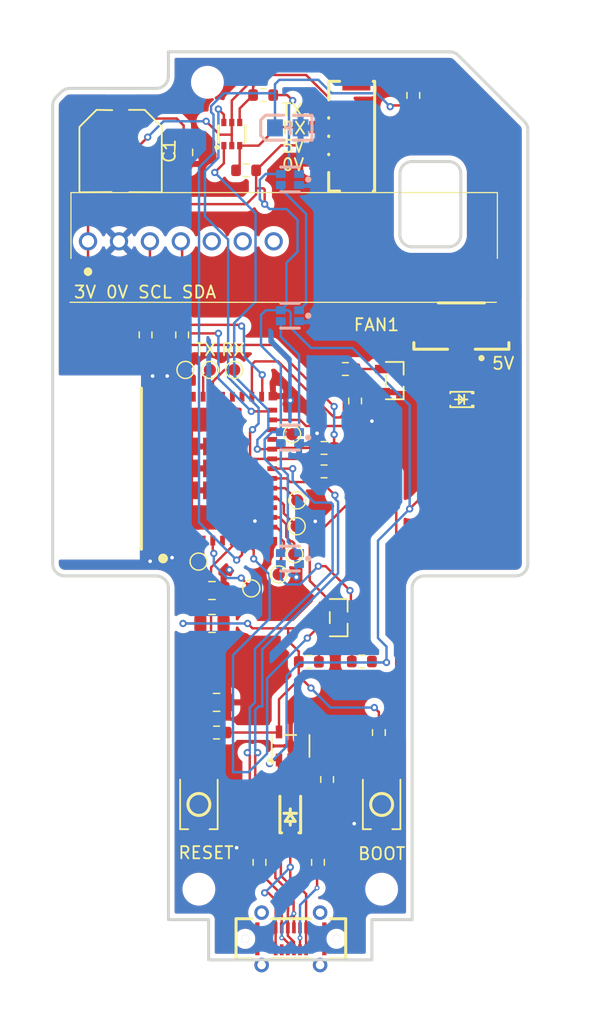
<source format=kicad_pcb>
(kicad_pcb (version 20240108) (generator "pcbnew") (generator_version "8.0")
  (layers (0 "F.Cu" signal) (1 "In1.Cu" signal) (2 "In2.Cu" signal) (31 "B.Cu" signal) (34 "B.Paste" user) (35 "F.Paste" user) (36 "B.SilkS" user "B.Silkscreen") (37 "F.SilkS" user "F.Silkscreen") (38 "B.Mask" user) (39 "F.Mask" user) (44 "Edge.Cuts" user))
  (net 0 "")
  (net 7 "GND")
  (net 8 "+3V3")
  (net 9 "RESET")
  (net 10 "SDA")
  (net 11 "SCL")
  (net 12 "Net-(Q1-D)")
  (net 13 "+5V")
  (net 15 "P2.5_TX")
  (net 16 "P2.5_RX")
  (net 18 "Net-(LED1-DI)")
  (net 19 "Net-(LED1-DO)")
  (net 20 "Net-(LED2-DO)")
  (net 21 "Net-(LED3-DO)")
  (net 22 "Net-(Q1-G)")
  (net 23 "TX2")
  (net 24 "RX2")
  (net 25 "LED_DATA")
  (net 26 "CC1")
  (net 27 "LIGHT")
  (net 28 "FAN")
  (net 29 "CC2")
  (net 30 "Net-(U4-EN)")
  (net 32 "IO7")
  (net 33 "RXD0")
  (net 34 "IO1")
  (net 35 "TXD0")
  (net 36 "D+")
  (net 37 "IO21")
  (net 38 "D-")
  (net 49 "BOOT")
  (net 50 "IO0")
  (net 51 "IO22")
  (net 52 "IO23")
  (net 53 "IO3")
  (net 54 "5VIN")
  (net 55 "IO2")
  (net 56 "IO8")
  (net 57 "IO6")
  (footprint "TestPoint:TestPoint_Pad_D1.0mm" (layer "F.Cu") (at 102.9 114.05)
    (property "Reference" "J10" (hide yes))
    (property "Value" "Conn_01x01_Pin")
  )
  (footprint "button:SW-SMD_L3.9-W3.0-P4.45" (layer "F.Cu") (at 94.825 139 90)
    (property "Reference" "SW1" (hide yes))
    (property "Value" "RESET Swtich")
  )
  (footprint "TestPoint:TestPoint_Pad_D1.0mm" (layer "F.Cu") (at 95.725 103.35)
    (property "Reference" "J2" (hide yes))
    (property "Value" "Conn_01x01_Pin")
  )
  (footprint "sensor:SCD30" (layer "F.Cu") (at 85.725 92.8 180)
    (property "Reference" "IC1" (hide yes))
    (property "Value" "SCD30" (hide yes))
  )
  (footprint "Capacitor_SMD:C_0805_2012Metric" (layer "F.Cu") (at 95.9 124.15)
    (property "Reference" "C4" (hide yes))
    (property "Value" "10nF")
  )
  (footprint "Capacitor_SMD:C_0805_2012Metric" (layer "F.Cu") (at 95.9 121.45)
    (property "Reference" "C3" (hide yes))
    (property "Value" "10uF")
  )
  (footprint "connectors:CONN-SMD_ZH1.5-4AB" (layer "F.Cu") (at 106.63 84.175 -90)
    (property "Reference" "J1" (hide yes))
    (property "Value" "P2.5")
  )
  (footprint "Resistor_SMD:R_0603_1608Metric" (layer "F.Cu") (at 112.425 80.825 -90)
    (property "Reference" "R2" (hide yes))
    (property "Value" "10k")
  )
  (footprint "power:TSOT-23-5_L2.9-W1.6-P0.95-LS2.8-BL" (layer "F.Cu") (at 102.35 134.2)
    (property "Reference" "U4" (hide yes))
    (property "Value" "RT9080-33GJ5")
  )
  (footprint "Resistor_SMD:R_0603_1608Metric" (layer "F.Cu") (at 104.6 143.75 90)
    (property "Reference" "R5" (hide yes))
    (property "Value" "5.1k")
  )
  (footprint "Resistor_SMD:R_0603_1608Metric" (layer "F.Cu") (at 99.8 143.75 90)
    (property "Reference" "R1" (hide yes))
    (property "Value" "5.1k")
  )
  (footprint "Resistor_SMD:R_0603_1608Metric" (layer "F.Cu") (at 96.275 133.1 180)
    (property "Reference" "R11" (hide yes))
    (property "Value" "5.1k")
  )
  (footprint "MountingHole:MountingHole_2.2mm_M2" (layer "F.Cu") (at 94.825 145.95)
    (property "Reference" "H3" (hide yes))
    (property "Value" "MountingHole")
  )
  (footprint "Resistor_SMD:R_0603_1608Metric" (layer "F.Cu") (at 108.2 127.275 180)
    (property "Reference" "R15" (hide yes))
    (property "Value" "1k")
  )
  (footprint "TestPoint:TestPoint_Pad_D1.0mm" (layer "F.Cu") (at 99.125 121.275)
    (property "Reference" "J6" (hide yes))
    (property "Value" "Conn_01x01_Pin")
  )
  (footprint "Resistor_SMD:R_0603_1608Metric" (layer "F.Cu") (at 90.45 100.475 -90)
    (property "Reference" "R12" (hide yes))
    (property "Value" "5.1k")
  )
  (footprint "TestPoint:TestPoint_Pad_D1.0mm" (layer "F.Cu") (at 94.8 119.075)
    (property "Reference" "J5" (hide yes))
    (property "Value" "Conn_01x01_Pin")
  )
  (footprint "power:SOT-23-3_L2.9-W1.3-P1.90-LS2.4-BR" (layer "F.Cu") (at 106.3 123.675 180)
    (property "Reference" "Q3" (hide yes))
    (property "Value" "BSS138")
  )
  (footprint "Resistor_SMD:R_0603_1608Metric" (layer "F.Cu") (at 105.1 111.675 180)
    (property "Reference" "R10" (hide yes))
    (property "Value" "10k")
  )
  (footprint "MountingHole:MountingHole_2.2mm_M2" (layer "F.Cu") (at 95.525 79.75)
    (property "Reference" "H1" (hide yes))
    (property "Value" "MountingHole")
  )
  (footprint "Capacitor_SMD:C_0805_2012Metric" (layer "F.Cu") (at 96.275 130.625)
    (property "Reference" "C5" (hide yes))
    (property "Value" "1uF")
  )
  (footprint "Resistor_SMD:R_0603_1608Metric" (layer "F.Cu") (at 100.1 80.8)
    (property "Reference" "R9" (hide yes))
    (property "Value" "10k")
  )
  (footprint "power:SC-70-6_L2.2-W1.3-P0.65-LS2.1-BR" (layer "F.Cu") (at 97.525 84 -90)
    (property "Reference" "Q2" (hide yes))
    (property "Value" "BSD840NH6327XTSA1")
  )
  (footprint "TestPoint:TestPoint_Pad_D1.0mm" (layer "F.Cu") (at 102.85 116.175)
    (property "Reference" "J9" (hide yes))
    (property "Value" "Conn_01x01_Pin")
  )
  (footprint "Resistor_SMD:R_0603_1608Metric" (layer "F.Cu") (at 98.7 86.975)
    (property "Reference" "R8" (hide yes))
    (property "Value" "10k")
  )
  (footprint "Resistor_SMD:R_0603_1608Metric" (layer "F.Cu") (at 106.85 103.275)
    (property "Reference" "R3" (hide yes))
    (property "Value" "100k")
  )
  (footprint "power:SOD-123_L2.7-W1.6-LS3.7-RD-1" (layer "F.Cu") (at 102.325 139.975 -90)
    (property "Reference" "U2" (hide yes))
    (property "Value" "D1")
  )
  (footprint "Resistor_SMD:R_0603_1608Metric" (layer "F.Cu") (at 105.1 109.75 180)
    (property "Reference" "R7" (hide yes))
    (property "Value" "10k")
  )
  (footprint "Resistor_SMD:R_0603_1608Metric" (layer "F.Cu") (at 93.45 100.475 -90)
    (property "Reference" "R13" (hide yes))
    (property "Value" "5.1k")
  )
  (footprint "Resistor_SMD:R_0603_1608Metric" (layer "F.Cu") (at 109.6 133.1 -90)
    (property "Reference" "R16" (hide yes))
    (property "Value" "100k")
  )
  (footprint "Resistor_SMD:R_0603_1608Metric" (layer "F.Cu") (at 107.65 105.9 -90)
    (property "Reference" "R4" (hide yes))
    (property "Value" "100k")
  )
  (footprint "Resistor_SMD:R_0603_1608Metric" (layer "F.Cu") (at 103.85 127.3)
    (property "Reference" "R14" (hide yes))
    (property "Value" "10k")
  )
  (footprint "Capacitor_SMD:C_0805_2012Metric" (layer "F.Cu") (at 93.575 85.5 -90)
    (property "Reference" "C2" (hide yes))
    (property "Value" "10uF")
  )
  (footprint "Resistor_SMD:R_0603_1608Metric" (layer "F.Cu") (at 105.35 136.95 90)
    (property "Reference" "R6" (hide yes))
    (property "Value" "100k")
  )
  (footprint "TestPoint:TestPoint_Pad_D1.0mm" (layer "F.Cu") (at 102.65 118.475)
    (property "Reference" "J8" (hide yes))
    (property "Value" "Conn_01x01_Pin")
  )
  (footprint "connectors:CONN-SMD_1.25-2P" (layer "F.Cu") (at 116.37 100.75 180)
    (property "Reference" "FAN1")
    (property "Value" "1.25-2P")
  )
  (footprint "connectors:USB-C-TH_GT-USB-7055BB" (layer "F.Cu") (at 102.375 150.025)
    (property "Reference" "USB1" (hide yes))
    (property "Value" "GT-USB-7055BB")
  )
  (footprint "MountingHole:MountingHole_2.2mm_M2" (layer "F.Cu") (at 109.825 145.95)
    (property "Reference" "H2" (hide yes))
    (property "Value" "MountingHole")
  )
  (footprint "TestPoint:TestPoint_Pad_D1.0mm" (layer "F.Cu") (at 102.475 108.625)
    (property "Reference" "J11" (hide yes))
    (property "Value" "Conn_01x01_Pin")
  )
  (footprint "power:SOT-23-3_L2.9-W1.3-P1.90-LS2.4-BR" (layer "F.Cu") (at 110.9 104.225 180)
    (property "Reference" "Q1" (hide yes))
    (property "Value" "AO3400A_C347475")
  )
  (footprint "TestPoint:TestPoint_Pad_D1.0mm" (layer "F.Cu") (at 101.375 120.125)
    (property "Reference" "J7" (hide yes))
    (property "Value" "Conn_01x01_Pin")
  )
  (footprint "TestPoint:TestPoint_Pad_D1.0mm" (layer "F.Cu") (at 97.725 103.35)
    (property "Reference" "J3" (hide yes))
    (property "Value" "Conn_01x01_Pin")
  )
  (footprint "power:SOD-323_L1.7-W1.3-LS2.6-RD-1" (layer "F.Cu") (at 116.35 105.775 180)
    (property "Reference" "U3" (hide yes))
    (property "Value" "1N5819")
  )
  (footprint "button:SW-SMD_L3.9-W3.0-P4.45" (layer "F.Cu") (at 109.825 139 90)
    (property "Reference" "SW2" (hide yes))
    (property "Value" "BOOT Switch")
  )
  (footprint "TestPoint:TestPoint_Pad_D1.0mm" (layer "F.Cu") (at 93.725 103.35)
    (property "Reference" "J4" (hide yes))
    (property "Value" "Conn_01x01_Pin")
  )
  (footprint "power:CAP-SMD_BD6.3-L6.6-W6.6-FD" (layer "F.Cu") (at 88.4 85.395 -90)
    (property "Reference" "C1")
    (property "Value" "470uF")
  )
  (footprint "esp32:WIFIM-SMD_61P-L16.6-W13.2-P0.80-ESP32-C6-MINI-1-N4" (layer "F.Cu") (at 95.945 111.45 90)
    (property "Reference" "U6" (hide yes))
    (property "Value" "ESP32-C6-MINI-1-N4")
  )
  (footprint "led:LED-SMD_4P-L1.6-W1.5_XL-1615RGBC-WS2812B" (layer "B.Cu") (at 102.3 118.825 180)
    (property "Reference" "LED1" (hide yes))
    (property "Value" "D10")
  )
  (footprint "sensor:OPTO-SMD_SMD0805-20" (layer "B.Cu") (at 102.12 83.49 180)
    (property "Reference" "U1" (hide yes))
    (property "Value" "SMD0805-20")
  )
  (footprint "led:LED-SMD_4P-L1.6-W1.5_XL-1615RGBC-WS2812B" (layer "B.Cu") (at 102.3 108.9 180)
    (property "Reference" "LED2" (hide yes))
    (property "Value" "D11")
  )
  (footprint "led:LED-SMD_4P-L1.6-W1.5_XL-1615RGBC-WS2812B" (layer "B.Cu") (at 102.3 87.725 180)
    (property "Reference" "LED4" (hide yes))
    (property "Value" "D13")
  )
  (footprint "led:LED-SMD_4P-L1.6-W1.5_XL-1615RGBC-WS2812B" (layer "B.Cu") (at 102.3 98.9 180)
    (property "Reference" "LED3" (hide yes))
    (property "Value" "D12")
  )
  (gr_arc (start 82.825 81.664248) (mid 82.902742 81.277693) (end 83.123806 80.951194) (stroke (width 0.25)) (layer "Edge.Cuts"))
  (gr_line (start 116.325 92.250048) (end 116.325 87.25) (stroke (width 0.25)) (layer "Edge.Cuts"))
  (gr_line (start 109.025 151.75) (end 95.625 151.75) (stroke (width 0.25)) (layer "Edge.Cuts"))
  (gr_arc (start 115.324997 86.25) (mid 116.032085 86.542896) (end 116.325 87.25) (stroke (width 0.25)) (layer "Edge.Cuts"))
  (gr_arc (start 121.532122 82.957122) (mid 121.748883 83.281539) (end 121.825 83.664214) (stroke (width 0.25)) (layer "Edge.Cuts"))
  (gr_line (start 109.025 151.75) (end 109.025 148.45) (stroke (width 0.25)) (layer "Edge.Cuts"))
  (gr_line (start 113.334996 120.25) (end 120.825 120.25) (stroke (width 0.25)) (layer "Edge.Cuts"))
  (gr_arc (start 111.325 87.250048) (mid 111.61446 86.54641) (end 112.315198 86.25) (stroke (width 0.25)) (layer "Edge.Cuts"))
  (gr_line (start 112.325097 93.25) (end 115.325 93.25) (stroke (width 0.25)) (layer "Edge.Cuts"))
  (gr_line (start 91.325 80.25) (end 84.239297 80.25) (stroke (width 0.25)) (layer "Edge.Cuts"))
  (gr_line (start 83.123806 80.951194) (end 83.532026 80.542975) (stroke (width 0.25)) (layer "Edge.Cuts"))
  (gr_arc (start 112.325097 93.25) (mid 111.621602 92.960762) (end 111.325 92.26034) (stroke (width 0.25)) (layer "Edge.Cuts"))
  (gr_line (start 121.825 119.250048) (end 121.825 83.664214) (stroke (width 0.25)) (layer "Edge.Cuts"))
  (gr_arc (start 83.824997 120.25) (mid 83.121566 119.960727) (end 82.825 119.26034) (stroke (width 0.25)) (layer "Edge.Cuts"))
  (gr_line (start 116.117893 77.542894) (end 121.532122 82.957122) (stroke (width 0.25)) (layer "Edge.Cuts"))
  (gr_arc (start 116.325 92.250048) (mid 116.032101 92.95712) (end 115.325 93.25) (stroke (width 0.25)) (layer "Edge.Cuts"))
  (gr_line (start 84.239297 80.250015) (end 84.239297 80.25) (stroke (width 0.25)) (layer "Edge.Cuts"))
  (gr_line (start 82.825 81.664248) (end 82.825 119.26034) (stroke (width 0.25)) (layer "Edge.Cuts"))
  (gr_line (start 115.324997 86.25) (end 112.315198 86.25) (stroke (width 0.25)) (layer "Edge.Cuts"))
  (gr_line (start 92.325 148.45) (end 95.625 148.45) (stroke (width 0.25)) (layer "Edge.Cuts"))
  (gr_arc (start 112.325 121.250148) (mid 112.621424 120.539446) (end 113.334996 120.25) (stroke (width 0.25)) (layer "Edge.Cuts"))
  (gr_line (start 92.325 148.45) (end 92.325 121.25) (stroke (width 0.25)) (layer "Edge.Cuts"))
  (gr_arc (start 92.325 79.250048) (mid 92.032101 79.95712) (end 91.325 80.25) (stroke (width 0.25)) (layer "Edge.Cuts"))
  (gr_line (start 111.325 87.250048) (end 111.325 92.26034) (stroke (width 0.25)) (layer "Edge.Cuts"))
  (gr_arc (start 83.532026 80.542975) (mid 83.856525 80.326164) (end 84.239297 80.250015) (stroke (width 0.25)) (layer "Edge.Cuts"))
  (gr_line (start 95.625 148.45) (end 95.625 151.75) (stroke (width 0.25)) (layer "Edge.Cuts"))
  (gr_arc (start 121.825 119.250048) (mid 121.532101 119.95712) (end 120.825 120.25) (stroke (width 0.25)) (layer "Edge.Cuts"))
  (gr_arc (start 91.324997 120.25) (mid 92.032085 120.542896) (end 92.325 121.25) (stroke (width 0.25)) (layer "Edge.Cuts"))
  (gr_line (start 83.824997 120.25) (end 91.324997 120.25) (stroke (width 0.25)) (layer "Edge.Cuts"))
  (gr_line (start 92.325 79.250048) (end 92.325 77.25) (stroke (width 0.25)) (layer "Edge.Cuts"))
  (gr_line (start 112.325 121.250148) (end 112.325 148.45) (stroke (width 0.25)) (layer "Edge.Cuts"))
  (gr_line (start 109.025 148.45) (end 112.325 148.45) (stroke (width 0.25)) (layer "Edge.Cuts"))
  (gr_arc (start 115.410797 77.25) (mid 115.793474 77.326122) (end 116.117893 77.542894) (stroke (width 0.25)) (layer "Edge.Cuts"))
  (gr_line (start 92.325 77.25) (end 115.410797 77.25) (stroke (width 0.25)) (layer "Edge.Cuts"))
  (gr_text "0V" (at 101.55 87.1 0) (layer "F.SilkS") (effects (font (size 1 1)) (justify left bottom)))
  (gr_text "3V" (at 84.475 97.55 0) (layer "F.SilkS") (effects (font (size 1 1)) (justify left bottom)))
  (gr_text "5V" (at 118.8 103.4 0) (layer "F.SilkS") (effects (font (size 1 1)) (justify left bottom)))
  (gr_text "TX" (at 101.55 82.6 0) (layer "F.SilkS") (effects (font (size 1 1)) (justify left bottom)))
  (gr_text "SDA" (at 93.325 97.55 0) (layer "F.SilkS") (effects (font (size 1 1)) (justify left bottom)))
  (gr_text "0V" (at 87.107539 97.55 0) (layer "F.SilkS") (effects (font (size 1 1)) (justify left bottom)))
  (gr_text "5V" (at 101.55 85.6 0) (layer "F.SilkS") (effects (font (size 1 1)) (justify left bottom)))
  (gr_text "TX" (at 94.4 102.275 0) (layer "F.SilkS") (effects (font (size 1 1)) (justify left bottom)))
  (gr_text "SCL" (at 89.740078 97.55 0) (layer "F.SilkS") (effects (font (size 1 1)) (justify left bottom)))
  (gr_text "RX" (at 96.55 102.275 0) (layer "F.SilkS") (effects (font (size 1 1)) (justify left bottom)))
  (gr_text "RX" (at 101.55 84.1 0) (layer "F.SilkS") (effects (font (size 1 1)) (justify left bottom)))
  (gr_text "BOOT" (at 107.8 143.625 0) (layer "F.SilkS") (effects (font (size 1 1)) (justify left bottom)))
  (gr_text "RESET" (at 93.05 143.55 0) (layer "F.SilkS") (effects (font (size 1 1)) (justify left bottom)))
  (segment (start 99.425 114.95) (end 99.425 115.75) (width 0.2) (layer "F.Cu") (net 7))
  (segment (start 99.975 117.35) (end 100.845 117.35) (width 0.2) (layer "F.Cu") (net 7))
  (segment (start 100.845 114.65) (end 99.725 114.65) (width 0.2) (layer "F.Cu") (net 7))
  (segment (start 100.845 117.35) (end 100.895 117.4) (width 0.2) (layer "F.Cu") (net 7))
  (segment (start 99.725 114.65) (end 99.425 114.95) (width 0.2) (layer "F.Cu") (net 7))
  (via (at 102.825 120.35) (size 0.6) (drill 0.3) (layers "F.Cu" "B.Cu") (net 7))
  (via (at 92.225 103.85) (size 0.6) (drill 0.3) (layers "F.Cu" "B.Cu") (net 7))
  (via (at 99.425 115.75) (size 0.6) (drill 0.3) (layers "F.Cu" "B.Cu") (net 7))
  (via (at 102.325 105.85) (size 0.6) (drill 0.3) (layers "F.Cu" "B.Cu") (net 7))
  (via (at 109.025 107.55) (size 0.6) (drill 0.3) (layers "F.Cu" "B.Cu") (net 7))
  (via (at 97.925 142.55) (size 0.6) (drill 0.3) (layers "F.Cu" "B.Cu") (net 7))
  (via (at 97.325 119.75) (size 0.6) (drill 0.3) (layers "F.Cu" "B.Cu") (net 7))
  (via (at 104.375 115.775) (size 0.6) (drill 0.3) (layers "F.Cu" "B.Cu") (net 7))
  (via (at 107.575 140.575) (size 0.6) (drill 0.3) (layers "F.Cu" "B.Cu") (net 7))
  (via (at 92.625 118.75) (size 0.6) (drill 0.3) (layers "F.Cu" "B.Cu") (net 7))
  (via (at 90.825 119.05) (size 0.6) (drill 0.3) (layers "F.Cu" "B.Cu") (net 7))
  (via (at 104.525 108.55) (size 0.6) (drill 0.3) (layers "F.Cu" "B.Cu") (net 7))
  (via (at 91.025 103.85) (size 0.6) (drill 0.3) (layers "F.Cu" "B.Cu") (net 7))
  (segment (start 102.825 119.5) (end 103.05 119.275) (width 0.2) (layer "B.Cu") (net 7))
  (segment (start 102.825 120.35) (end 102.825 119.5) (width 0.2) (layer "B.Cu") (net 7))
  (segment (start 111.05 78.625) (end 100.15 78.625) (width 0.2) (layer "F.Cu") (net 8))
  (segment (start 94.95 121.45) (end 93.575 120.075) (width 0.2) (layer "F.Cu") (net 8))
  (segment (start 97.525 81.25) (end 97.525 83.05) (width 0.2) (layer "F.Cu") (net 8))
  (segment (start 97.525 84.95) (end 97.525 84.05) (width 0.2) (layer "F.Cu") (net 8))
  (segment (start 102.825 124.55) (end 104.65 122.725) (width 0.2) (layer "F.Cu") (net 8))
  (segment (start 86.225 85.75) (end 89.125 85.75) (width 0.2) (layer "F.Cu") (net 8))
  (segment (start 99.225 124.55) (end 102.15 124.55) (width 0.2) (layer "F.Cu") (net 8))
  (segment (start 90.45 101.3) (end 93.45 101.3) (width 0.2) (layer "F.Cu") (net 8))
  (segment (start 104.65 122.725) (end 105.3 122.725) (width 0.2) (layer "F.Cu") (net 8))
  (segment (start 90.45 101.3) (end 87.875 101.3) (width 0.2) (layer "F.Cu") (net 8))
  (segment (start 107.925 113.45) (end 107.925 112.95) (width 0.2) (layer "F.Cu") (net 8))
  (segment (start 100.15 78.625) (end 97.525 81.25) (width 0.2) (layer "F.Cu") (net 8))
  (segment (start 94.95 124.15) (end 94.95 121.45) (width 0.2) (layer "F.Cu") (net 8))
  (segment (start 107.55 111.675) (end 105.925 111.675) (width 0.2) (layer "F.Cu") (net 8))
  (segment (start 112.425 80) (end 111.05 78.625) (width 0.2) (layer "F.Cu") (net 8))
  (segment (start 109.6 132.275) (end 109.6 131.425) (width 0.2) (layer "F.Cu") (net 8))
  (segment (start 105.925 109.75) (end 105.925 111.675) (width 0.2) (layer "F.Cu") (net 8))
  (segment (start 104.025 129.45) (end 103.325 128.75) (width 0.2) (layer "F.Cu") (net 8))
  (segment (start 109.6 131.425) (end 109.225 131.05) (width 0.2) (layer "F.Cu") (net 8))
  (segment (start 105.3 122.725) (end 105.3 122.025) (width 0.2) (layer "F.Cu") (net 8))
  (segment (start 102.15 125.575) (end 102.15 124.55) (width 0.2) (layer "F.Cu") (net 8))
  (segment (start 101.35 133.1) (end 101.4 133.05) (width 0.2) (layer "F.Cu") (net 8))
  (segment (start 93.575 120.075) (end 93.575 117.35) (width 0.2) (layer "F.Cu") (net 8))
  (segment (start 96.525 84.05) (end 97.525 84.05) (width 0.2) (layer "F.Cu") (net 8))
  (segment (start 103.925 117.45) (end 107.925 113.45) (width 0.2) (layer "F.Cu") (net 8))
  (segment (start 85.725 99.15) (end 87.125 100.55) (width 0.2) (layer "F.Cu") (net 8))
  (segment (start 103.025 126.45) (end 102.15 125.575) (width 0.2) (layer "F.Cu") (net 8))
  (segment (start 87.875 101.3) (end 87.125 100.55) (width 0.2) (layer "F.Cu") (net 8))
  (segment (start 101.4 133.05) (end 101.4 130.375) (width 0.2) (layer "F.Cu") (net 8))
  (segment (start 103.025 128.75) (end 103.025 127.3) (width 0.2) (layer "F.Cu") (net 8))
  (segment (start 103.025 127.3) (end 103.025 126.45) (width 0.2) (layer "F.Cu") (net 8))
  (segment (start 107.925 112.95) (end 107.925 112.05) (width 0.2) (layer "F.Cu") (net 8))
  (segment (start 95.425 82.95) (end 96.525 84.05) (width 0.2) (layer "F.Cu") (net 8))
  (segment (start 85.725 86.25) (end 86.225 85.75) (width 0.2) (layer "F.Cu") (net 8))
  (segment (start 100.875 101.3) (end 105.925 106.35) (width 0.2) (layer "F.Cu") (net 8))
  (segment (start 101.4 130.375) (end 103.025 128.75) (width 0.2) (layer "F.Cu") (net 8))
  (segment (start 93.45 101.3) (end 100.875 101.3) (width 0.2) (layer "F.Cu") (net 8))
  (segment (start 102.15 124.55) (end 102.825 124.55) (width 0.2) (layer "F.Cu") (net 8))
  (segment (start 85.725 92.8) (end 85.725 99.15) (width 0.2) (layer "F.Cu") (net 8))
  (segment (start 105.3 122.025) (end 103.925 120.65) (width 0.2) (layer "F.Cu") (net 8))
  (segment (start 94.95 124.15) (end 93.525 124.15) (width 0.2) (layer "F.Cu") (net 8))
  (segment (start 97.525 84.05) (end 97.525 83.05) (width 0.2) (layer "F.Cu") (net 8))
  (segment (start 103.325 128.75) (end 103.025 128.75) (width 0.2) (layer "F.Cu") (net 8))
  (segment (start 107.925 112.05) (end 107.55 111.675) (width 0.2) (layer "F.Cu") (net 8))
  (segment (start 103.925 120.65) (end 103.925 117.45) (width 0.2) (layer "F.Cu") (net 8))
  (segment (start 89.125 85.75) (end 90.625 84.25) (width 0.2) (layer "F.Cu") (net 8))
  (segment (start 97.1 133.1) (end 101.35 133.1) (width 0.2) (layer "F.Cu") (net 8))
  (segment (start 85.725 92.8) (end 85.725 86.25) (width 0.2) (layer "F.Cu") (net 8))
  (segment (start 105.925 108.65) (end 105.925 109.75) (width 0.2) (layer "F.Cu") (net 8))
  (segment (start 98.825 124.15) (end 99.225 124.55) (width 0.2) (layer "F.Cu") (net 8))
  (via (at 93.525 124.15) (size 0.6) (drill 0.3) (layers "F.Cu" "B.Cu") (net 8))
  (via (at 98.825 124.15) (size 0.6) (drill 0.3) (layers "F.Cu" "B.Cu") (net 8))
  (via (at 105.925 108.65) (size 0.6) (drill 0.3) (layers "F.Cu" "B.Cu") (net 8))
  (via (at 105.925 106.35) (size 0.6) (drill 0.3) (layers "F.Cu" "B.Cu") (net 8))
  (via (at 104.025 129.45) (size 0.6) (drill 0.3) (layers "F.Cu" "B.Cu") (net 8))
  (via (at 95.425 82.95) (size 0.6) (drill 0.3) (layers "F.Cu" "B.Cu") (net 8))
  (via (at 90.625 84.25) (size 0.6) (drill 0.3) (layers "F.Cu" "B.Cu") (net 8))
  (via (at 109.225 131.05) (size 0.6) (drill 0.3) (layers "F.Cu" "B.Cu") (net 8))
  (segment (start 105.925 106.35) (end 105.925 108.65) (width 0.2) (layer "B.Cu") (net 8))
  (segment (start 93.525 124.15) (end 98.825 124.15) (width 0.2) (layer "B.Cu") (net 8))
  (segment (start 90.625 84.25) (end 91.925 82.95) (width 0.2) (layer "B.Cu") (net 8))
  (segment (start 109.225 131.05) (end 105.625 131.05) (width 0.2) (layer "B.Cu") (net 8))
  (segment (start 105.625 131.05) (end 104.025 129.45) (width 0.2) (layer "B.Cu") (net 8))
  (segment (start 91.925 82.95) (end 95.425 82.95) (width 0.2) (layer "B.Cu") (net 8))
  (segment (start 95.824938 130.125062) (end 95.824938 119.550062) (width 0.2) (layer "F.Cu") (net 9))
  (segment (start 94.825 136.82) (end 94.825 135.25) (width 0.2) (layer "F.Cu") (net 9))
  (segment (start 95.325 130.625) (end 95.325 132.975) (width 0.2) (layer "F.Cu") (net 9))
  (segment (start 94.825 135.25) (end 95.45 134.625) (width 0.2) (layer "F.Cu") (net 9))
  (segment (start 95.325 132.975) (end 95.45 133.1) (width 0.2) (layer "F.Cu") (net 9))
  (segment (start 97.575 117.8) (end 97.575 117.35) (width 0.2) (layer "F.Cu") (net 9))
  (segment (start 95.325 130.625) (end 95.824938 130.125062) (width 0.2) (layer "F.Cu") (net 9))
  (segment (start 95.824938 119.550062) (end 97.575 117.8) (width 0.2) (layer "F.Cu") (net 9))
  (segment (start 95.45 134.625) (end 95.45 133.1) (width 0.2) (layer "F.Cu") (net 9))
  (segment (start 93.45 99.65) (end 93.45 92.905) (width 0.2) (layer "F.Cu") (net 10))
  (segment (start 93.45 92.905) (end 93.345 92.8) (width 0.2) (layer "F.Cu") (net 10))
  (segment (start 100.025 103.75) (end 100.025 105.5) (width 0.2) (layer "F.Cu") (net 10))
  (segment (start 98.225 99.65) (end 98.325 99.75) (width 0.2) (layer "F.Cu") (net 10))
  (segment (start 93.45 99.65) (end 98.225 99.65) (width 0.2) (layer "F.Cu") (net 10))
  (segment (start 100.025 105.5) (end 99.975 105.55) (width 0.2) (layer "F.Cu") (net 10))
  (via (at 98.325 99.75) (size 0.6) (drill 0.3) (layers "F.Cu" "B.Cu") (net 10))
  (via (at 100.025 103.75) (size 0.6) (drill 0.3) (layers "F.Cu" "B.Cu") (net 10))
  (segment (start 98.325 99.75) (end 98.525 99.95) (width 0.2) (layer "B.Cu") (net 10))
  (segment (start 98.525 99.95) (end 98.525 102.25) (width 0.2) (layer "B.Cu") (net 10))
  (segment (start 98.525 102.25) (end 100.025 103.75) (width 0.2) (layer "B.Cu") (net 10))
  (segment (start 99.125 106.75) (end 100.745 106.75) (width 0.2) (layer "F.Cu") (net 11))
  (segment (start 90.45 99.65) (end 90.45 95.125) (width 0.2) (layer "F.Cu") (net 11))
  (segment (start 90.45 95.125) (end 90.805 94.77) (width 0.2) (layer "F.Cu") (net 11))
  (segment (start 90.45 99.65) (end 91.15 100.35) (width 0.2) (layer "F.Cu") (net 11))
  (segment (start 90.805 94.77) (end 90.805 92.8) (width 0.2) (layer "F.Cu") (net 11))
  (segment (start 91.15 100.35) (end 96.425 100.35) (width 0.2) (layer "F.Cu") (net 11))
  (segment (start 100.745 106.75) (end 100.845 106.65) (width 0.2) (layer "F.Cu") (net 11))
  (via (at 99.125 106.75) (size 0.6) (drill 0.3) (layers "F.Cu" "B.Cu") (net 11))
  (via (at 96.425 100.35) (size 0.6) (drill 0.3) (layers "F.Cu" "B.Cu") (net 11))
  (segment (start 96.425 104.05) (end 99.125 106.75) (width 0.2) (layer "B.Cu") (net 11))
  (segment (start 96.425 100.35) (end 96.425 104.05) (width 0.2) (layer "B.Cu") (net 11))
  (segment (start 115.21 105.775) (end 115.21 105.035) (width 0.2) (layer "F.Cu") (net 12))
  (segment (start 114.4 104.225) (end 113.525 104.225) (width 0.2) (layer "F.Cu") (net 12))
  (segment (start 115.74 102.2) (end 114.675 102.2) (width 0.2) (layer "F.Cu") (net 12))
  (segment (start 113.525 103.35) (end 113.525 104.225) (width 0.2) (layer "F.Cu") (net 12))
  (segment (start 113.525 104.225) (end 111.9 104.225) (width 0.2) (layer "F.Cu") (net 12))
  (segment (start 115.21 105.035) (end 114.4 104.225) (width 0.2) (layer "F.Cu") (net 12))
  (segment (start 114.675 102.2) (end 113.525 103.35) (width 0.2) (layer "F.Cu") (net 12))
  (segment (start 98.725 89.75) (end 99.525 88.95) (width 0.2) (layer "F.Cu") (net 13))
  (segment (start 105.35 137.775) (end 103.5 137.775) (width 0.2) (layer "F.Cu") (net 13))
  (segment (start 100.225 89.75) (end 100.225 88.55) (width 0.2) (layer "F.Cu") (net 13))
  (segment (start 100.925 135.35) (end 100.625 135.65) (width 0.2) (layer "F.Cu") (net 13))
  (segment (start 93.575 83.3) (end 93.575 84.55) (width 0.2) (layer "F.Cu") (net 13))
  (segment (start 99.525 88.45) (end 99.525 86.975) (width 0.2) (layer "F.Cu") (net 13))
  (segment (start 99.525 86.975) (end 101.575 84.925) (width 0.2) (layer "F.Cu") (net 13))
  (segment (start 99.525 88.95) (end 99.525 88.45) (width 0.2) (layer "F.Cu") (net 13))
  (segment (start 109.1 127.35) (end 109.025 127.275) (width 0.2) (layer "F.Cu") (net 13))
  (segment (start 102.075 80.8) (end 102.525 81.25) (width 0.2) (layer "F.Cu") (net 13))
  (segment (start 117 104.025) (end 117 102.2) (width 0.2) (layer "F.Cu") (net 13))
  (segment (start 92.525 89.75) (end 98.725 89.75) (width 0.2) (layer "F.Cu") (net 13))
  (segment (start 101.4 138.025) (end 101.4 135.35) (width 0.2) (layer "F.Cu") (net 13))
  (segment (start 103 138.275) (end 102.325 138.275) (width 0.2) (layer "F.Cu") (net 13))
  (segment (start 100.225 88.55) (end 100.125 88.45) (width 0.2) (layer "F.Cu") (net 13))
  (segment (start 101.4 135.35) (end 100.925 135.35) (width 0.2) (layer "F.Cu") (net 13))
  (segment (start 101.65 138.275) (end 101.4 138.025) (width 0.2) (layer "F.Cu") (net 13))
  (segment (start 100.925 80.8) (end 102.075 80.8) (width 0.2) (layer "F.Cu") (net 13))
  (segment (start 100.125 88.45) (end 99.525 88.45) (width 0.2) (layer "F.Cu") (net 13))
  (segment (start 93.575 84.55) (end 92.125 84.55) (width 0.2) (layer "F.Cu") (net 13))
  (segment (start 110.225 127.35) (end 109.1 127.35) (width 0.2) (layer "F.Cu") (net 13))
  (segment (start 101.575 84.925) (end 105.51 84.925) (width 0.2) (layer "F.Cu") (net 13))
  (segment (start 117.49 105.775) (end 117.49 104.515) (width 0.2) (layer "F.Cu") (net 13))
  (segment (start 91.125 85.55) (end 91.125 88.35) (width 0.2) (layer "F.Cu") (net 13))
  (segment (start 102.325 138.275) (end 101.65 138.275) (width 0.2) (layer "F.Cu") (net 13))
  (segment (start 88.4 82.725) (end 93 82.725) (width 0.2) (layer "F.Cu") (net 13))
  (segment (start 117.49 109.385) (end 112.125 114.75) (width 0.2) (layer "F.Cu") (net 13))
  (segment (start 103.5 137.775) (end 103 138.275) (width 0.2) (layer "F.Cu") (net 13))
  (segment (start 117.49 105.775) (end 117.49 109.385) (width 0.2) (layer "F.Cu") (net 13))
  (segment (start 93 82.725) (end 93.575 83.3) (width 0.2) (layer "F.Cu") (net 13))
  (segment (start 92.125 84.55) (end 91.125 85.55) (width 0.2) (layer "F.Cu") (net 13))
  (segment (start 91.125 88.35) (end 92.525 89.75) (width 0.2) (layer "F.Cu") (net 13))
  (segment (start 117.49 104.515) (end 117 104.025) (width 0.2) (layer "F.Cu") (net 13))
  (via (at 100.225 89.75) (size 0.6) (drill 0.3) (layers "F.Cu" "B.Cu") (net 13))
  (via (at 112.125 114.75) (size 0.6) (drill 0.3) (layers "F.Cu" "B.Cu") (net 13))
  (via (at 110.225 127.35) (size 0.6) (drill 0.3) (layers "F.Cu" "B.Cu") (net 13))
  (via (at 100.625 135.65) (size 0.6) (drill 0.3) (layers "F.Cu" "B.Cu") (net 13))
  (via (at 102.525 81.25) (size 0.6) (drill 0.3) (layers "F.Cu" "B.Cu") (net 13))
  (segment (start 102.025 90.15) (end 100.625 90.15) (width 0.2) (layer "B.Cu") (net 13))
  (segment (start 99.825 89.35) (end 99.825 87.75) (width 0.2) (layer "B.Cu") (net 13))
  (segment (start 99.925 98.85) (end 100.325 98.45) (width 0.2) (layer "B.Cu") (net 13))
  (segment (start 101.55 108.45) (end 101.55 102.975) (width 0.2) (layer "B.Cu") (net 13))
  (segment (start 109.525 125.35) (end 110.225 126.05) (width 0.2) (layer "B.Cu") (net 13))
  (segment (start 100.225 110.65) (end 100.225 109.05) (width 0.2) (layer "B.Cu") (net 13))
  (segment (start 112.125 114.75) (end 109.525 117.35) (width 0.2) (layer "B.Cu") (net 13))
  (segment (start 101.55 98.45) (end 102.15 98.45) (width 0.2) (layer "B.Cu") (net 13))
  (segment (start 102.925 91.05) (end 102.025 90.15) (width 0.2) (layer "B.Cu") (net 13))
  (segment (start 102.15 98.45) (end 102.35 98.65) (width 0.2) (layer "B.Cu") (net 13))
  (segment (start 110.225 126.05) (end 110.225 127.35) (width 0.2) (layer "B.Cu") (net 13))
  (segment (start 99.825 87.75) (end 100.3 87.275) (width 0.2) (layer "B.Cu") (net 13))
  (segment (start 100.325 98.45) (end 101.55 98.45) (width 0.2) (layer "B.Cu") (net 13))
  (segment (start 102.015 94.56) (end 102.925 93.65) (width 0.2) (layer "B.Cu") (net 13))
  (segment (start 100.625 90.15) (end 100.225 89.75) (width 0.2) (layer "B.Cu") (net 13))
  (segment (start 100.625 135.65) (end 102.025 134.25) (width 0.2) (layer "B.Cu") (net 13))
  (segment (start 109.525 117.35) (end 109.525 125.35) (width 0.2) (layer "B.Cu") (net 13))
  (segment (start 100.225 109.05) (end 100.825 108.45) (width 0.2) (layer "B.Cu") (net 13))
  (segment (start 103.125 127.35) (end 105.825 127.35) (width 0.2) (layer "B.Cu") (net 13))
  (segment (start 100.3 87.275) (end 101.55 87.275) (width 0.2) (layer "B.Cu") (net 13))
  (segment (start 101.55 98.45) (end 102.015 97.985) (width 0.2) (layer "B.Cu") (net 13))
  (segment (start 99.925 101.35) (end 99.925 98.85) (width 0.2) (layer "B.Cu") (net 13))
  (segment (start 101.55 118.375) (end 101.55 111.975) (width 0.2) (layer "B.Cu") (net 13))
  (segment (start 102.35 98.65) (end 102.35 99.875) (width 0.2) (layer "B.Cu") (net 13))
  (segment (start 102.925 93.65) (end 102.925 91.05) (width 0.2) (layer "B.Cu") (net 13))
  (segment (start 102.525 81.25) (end 102.22 81.555) (width 0.2) (layer "B.Cu") (net 13))
  (segment (start 107.425 101.55) (end 112.125 106.25) (width 0.2) (layer "B.Cu") (net 13))
  (segment (start 102.015 97.985) (end 102.015 94.56) (width 0.2) (layer "B.Cu") (net 13))
  (segment (start 102.025 134.25) (end 102.025 128.45) (width 0.2) (layer "B.Cu") (net 13))
  (segment (start 105.825 127.35) (end 110.225 127.35) (width 0.2) (layer "B.Cu") (net 13))
  (segment (start 102.22 86.605) (end 101.55 87.275) (width 0.2) (layer "B.Cu") (net 13))
  (segment (start 100.825 108.45) (end 101.55 108.45) (width 0.2) (layer "B.Cu") (net 13))
  (segment (start 102.22 81.555) (end 102.22 86.605) (width 0.2) (layer "B.Cu") (net 13))
  (segment (start 112.125 106.25) (end 112.125 114.75) (width 0.2) (layer "B.Cu") (net 13))
  (segment (start 104.025 101.55) (end 107.425 101.55) (width 0.2) (layer "B.Cu") (net 13))
  (segment (start 101.55 102.975) (end 99.925 101.35) (width 0.2) (layer "B.Cu") (net 13))
  (segment (start 100.225 89.75) (end 99.825 89.35) (width 0.2) (layer "B.Cu") (net 13))
  (segment (start 102.35 99.875) (end 104.025 101.55) (width 0.2) (layer "B.Cu") (net 13))
  (segment (start 101.55 111.975) (end 100.225 110.65) (width 0.2) (layer "B.Cu") (net 13))
  (segment (start 102.025 128.45) (end 103.125 127.35) (width 0.2) (layer "B.Cu") (net 13))
  (segment (start 98.175 83.05) (end 98.175 81.9) (width 0.2) (layer "F.Cu") (net 15))
  (segment (start 103.625 79.15) (end 100.225 79.15) (width 0.2) (layer "F.Cu") (net 15))
  (segment (start 100.225 79.15) (end 99.275 80.1) (width 0.2) (layer "F.Cu") (net 15))
  (segment (start 98.175 81.9) (end 99.275 80.8) (width 0.2) (layer "F.Cu") (net 15))
  (segment (start 105.51 81.035) (end 103.625 79.15) (width 0.2) (layer "F.Cu") (net 15))
  (segment (start 105.51 81.925) (end 105.51 81.035) (width 0.2) (layer "F.Cu") (net 15))
  (segment (start 99.275 80.1) (end 99.275 80.8) (width 0.2) (layer "F.Cu") (net 15))
  (segment (start 98.175 86.675) (end 98.175 84.95) (width 0.2) (layer "F.Cu") (net 16))
  (segment (start 99.725 84.95) (end 98.175 84.95) (width 0.2) (layer "F.Cu") (net 16))
  (segment (start 97.875 86.975) (end 98.175 86.675) (width 0.2) (layer "F.Cu") (net 16))
  (segment (start 105.51 83.425) (end 101.25 83.425) (width 0.2) (layer "F.Cu") (net 16))
  (segment (start 101.25 83.425) (end 99.725 84.95) (width 0.2) (layer "F.Cu") (net 16))
  (segment (start 107.375 127.275) (end 107.375 123.75) (width 0.2) (layer "F.Cu") (net 18))
  (segment (start 107.3 123.675) (end 107.3 121.525) (width 0.2) (layer "F.Cu") (net 18))
  (segment (start 107.3 121.525) (end 107.225 121.45) (width 0.2) (layer "F.Cu") (net 18))
  (segment (start 105.225 119.45) (end 104.625 119.45) (width 0.2) (layer "F.Cu") (net 18))
  (segment (start 107.225 121.45) (end 105.225 119.45) (width 0.2) (layer "F.Cu") (net 18))
  (segment (start 107.375 123.75) (end 107.3 123.675) (width 0.2) (layer "F.Cu") (net 18))
  (via (at 107.225 121.45) (size 0.6) (drill 0.3) (layers "F.Cu" "B.Cu") (net 18))
  (via (at 104.625 119.45) (size 0.6) (drill 0.3) (layers "F.Cu" "B.Cu") (net 18))
  (segment (start 101.55 119.275) (end 101.55 120.475) (width 0.2) (layer "B.Cu") (net 18))
  (segment (start 101.55 120.475) (end 102.025 120.95) (width 0.2) (layer "B.Cu") (net 18))
  (segment (start 102.025 120.95) (end 103.125 120.95) (width 0.2) (layer "B.Cu") (net 18))
  (segment (start 103.125 120.95) (end 104.625 119.45) (width 0.2) (layer "B.Cu") (net 18))
  (segment (start 102.125 111.95) (end 101.55 111.375) (width 0.2) (layer "B.Cu") (net 19))
  (segment (start 102.125 117.45) (end 102.125 111.95) (width 0.2) (layer "B.Cu") (net 19))
  (segment (start 101.55 111.375) (end 101.55 109.35) (width 0.2) (layer "B.Cu") (net 19))
  (segment (start 103.05 118.375) (end 102.125 117.45) (width 0.2) (layer "B.Cu") (net 19))
  (segment (start 101.55 100.625) (end 101.55 99.35) (width 0.2) (layer "B.Cu") (net 20))
  (segment (start 103.05 108.45) (end 103.05 102.125) (width 0.2) (layer "B.Cu") (net 20))
  (segment (start 103.05 102.125) (end 101.55 100.625) (width 0.2) (layer "B.Cu") (net 20))
  (segment (start 103.625 90.55) (end 101.55 88.475) (width 0.2) (layer "B.Cu") (net 21))
  (segment (start 103.05 98.45) (end 103.625 97.875) (width 0.2) (layer "B.Cu") (net 21))
  (segment (start 101.55 88.475) (end 101.55 88.175) (width 0.2) (layer "B.Cu") (net 21))
  (segment (start 103.625 97.875) (end 103.625 90.55) (width 0.2) (layer "B.Cu") (net 21))
  (segment (start 109.9 103.275) (end 107.675 103.275) (width 0.2) (layer "F.Cu") (net 22))
  (segment (start 107.65 103.3) (end 107.675 103.275) (width 0.2) (layer "F.Cu") (net 22))
  (segment (start 107.65 105.075) (end 107.65 103.3) (width 0.2) (layer "F.Cu") (net 22))
  (segment (start 99.625 109.85) (end 100.845 109.85) (width 0.2) (layer "F.Cu") (net 23))
  (segment (start 104.275 109.75) (end 100.945 109.75) (width 0.2) (layer "F.Cu") (net 23))
  (segment (start 96.875 86.4) (end 96.125 87.15) (width 0.2) (layer "F.Cu") (net 23))
  (segment (start 100.945 109.75) (end 100.845 109.85) (width 0.2) (layer "F.Cu") (net 23))
  (segment (start 96.875 84.95) (end 96.875 86.4) (width 0.2) (layer "F.Cu") (net 23))
  (via (at 96.125 87.15) (size 0.6) (drill 0.3) (layers "F.Cu" "B.Cu") (net 23))
  (via (at 99.625 109.85) (size 0.6) (drill 0.3) (layers "F.Cu" "B.Cu") (net 23))
  (segment (start 99.475 90.5) (end 99.475 97.751471) (width 0.2) (layer "B.Cu") (net 23))
  (segment (start 99.475 97.751471) (end 97.725 99.501471) (width 0.2) (layer "B.Cu") (net 23))
  (segment (start 97.725 103.85) (end 100.525 106.65) (width 0.2) (layer "B.Cu") (net 23))
  (segment (start 97.725 99.501471) (end 97.725 103.85) (width 0.2) (layer "B.Cu") (net 23))
  (segment (start 99.625 109.084314) (end 99.625 109.85) (width 0.2) (layer "B.Cu") (net 23))
  (segment (start 100.525 108.184314) (end 99.625 109.084314) (width 0.2) (layer "B.Cu") (net 23))
  (segment (start 96.125 87.15) (end 99.475 90.5) (width 0.2) (layer "B.Cu") (net 23))
  (segment (start 100.525 106.65) (end 100.525 108.184314) (width 0.2) (layer "B.Cu") (net 23))
  (segment (start 103.225 110.65) (end 100.845 110.65) (width 0.2) (layer "F.Cu") (net 24))
  (segment (start 104.25 111.675) (end 103.225 110.65) (width 0.2) (layer "F.Cu") (net 24))
  (segment (start 96.875 82.4) (end 96.425 81.95) (width 0.2) (layer "F.Cu") (net 24))
  (segment (start 104.275 111.675) (end 104.25 111.675) (width 0.2) (layer "F.Cu") (net 24))
  (segment (start 99.025 110.45) (end 99.225 110.65) (width 0.2) (layer "F.Cu") (net 24))
  (segment (start 99.225 108.25) (end 99.025 108.45) (width 0.2) (layer "F.Cu") (net 24))
  (segment (start 99.225 110.65) (end 100.845 110.65) (width 0.2) (layer "F.Cu") (net 24))
  (segment (start 96.875 83.05) (end 96.875 82.4) (width 0.2) (layer "F.Cu") (net 24))
  (segment (start 99.025 108.45) (end 99.025 110.45) (width 0.2) (layer "F.Cu") (net 24))
  (via (at 99.225 108.25) (size 0.6) (drill 0.3) (layers "F.Cu" "B.Cu") (net 24))
  (via (at 96.425 81.95) (size 0.6) (drill 0.3) (layers "F.Cu" "B.Cu") (net 24))
  (segment (start 96.425 85.95) (end 95.325 87.05) (width 0.2) (layer "B.Cu") (net 24))
  (segment (start 99.725 106.45) (end 99.725 107.75) (width 0.2) (layer "B.Cu") (net 24))
  (segment (start 97.225 92.655075) (end 97.225 103.95) (width 0.2) (layer "B.Cu") (net 24))
  (segment (start 96.425 81.95) (end 96.425 85.95) (width 0.2) (layer "B.Cu") (net 24))
  (segment (start 95.325 90.755075) (end 97.225 92.655075) (width 0.2) (layer "B.Cu") (net 24))
  (segment (start 99.725 107.75) (end 99.225 108.25) (width 0.2) (layer "B.Cu") (net 24))
  (segment (start 97.225 103.95) (end 99.725 106.45) (width 0.2) (layer "B.Cu") (net 24))
  (segment (start 95.325 87.05) (end 95.325 90.755075) (width 0.2) (layer "B.Cu") (net 24))
  (segment (start 104.675 126.4) (end 105.3 125.775) (width 0.2) (layer "F.Cu") (net 25))
  (segment (start 99.325 118.85) (end 99.325 118.15) (width 0.2) (layer "F.Cu") (net 25))
  (segment (start 99.325 118.15) (end 99.175 118) (width 0.2) (layer "F.Cu") (net 25))
  (segment (start 99.175 118) (end 99.175 117.35) (width 0.2) (layer "F.Cu") (net 25))
  (segment (start 104.45 124.625) (end 103.725 125.35) (width 0.2) (layer "F.Cu") (net 25))
  (segment (start 105.3 125.775) (end 105.3 124.625) (width 0.2) (layer "F.Cu") (net 25))
  (segment (start 105.3 124.625) (end 104.45 124.625) (width 0.2) (layer "F.Cu") (net 25))
  (segment (start 104.675 127.3) (end 104.675 126.4) (width 0.2) (layer "F.Cu") (net 25))
  (via (at 99.325 118.85) (size 0.6) (drill 0.3) (layers "F.Cu" "B.Cu") (net 25))
  (via (at 103.725 125.35) (size 0.6) (drill 0.3) (layers "F.Cu" "B.Cu") (net 25))
  (segment (start 97.625 136.35) (end 97.625 126.75) (width 0.2) (layer "B.Cu") (net 25))
  (segment (start 100.625 123.75) (end 100.625 122.85) (width 0.2) (layer "B.Cu") (net 25))
  (segment (start 100.425521 134.823008) (end 98.898529 136.35) (width 0.2) (layer "B.Cu") (net 25))
  (segment (start 100.425521 128.649479) (end 100.425521 134.823008) (width 0.2) (layer "B.Cu") (net 25))
  (segment (start 98.898529 136.35) (end 97.625 136.35) (width 0.2) (layer "B.Cu") (net 25))
  (segment (start 97.625 126.75) (end 100.625 123.75) (width 0.2) (layer "B.Cu") (net 25))
  (segment (start 103.725 125.35) (end 100.425521 128.649479) (width 0.2) (layer "B.Cu") (net 25))
  (segment (start 100.625 122.85) (end 100.625 120.15) (width 0.2) (layer "B.Cu") (net 25))
  (segment (start 100.625 120.15) (end 99.325 118.85) (width 0.2) (layer "B.Cu") (net 25))
  (segment (start 101.625 149.125) (end 101.625 146.4) (width 0.2) (layer "F.Cu") (net 26))
  (segment (start 101.625 146.4) (end 99.8 144.575) (width 0.2) (layer "F.Cu") (net 26))
  (segment (start 98.365 117.35) (end 98.365 118.51) (width 0.2) (layer "F.Cu") (net 27))
  (segment (start 110.625 81.65) (end 110.525 81.75) (width 0.2) (layer "F.Cu") (net 27))
  (segment (start 112.425 81.65) (end 110.625 81.65) (width 0.2) (layer "F.Cu") (net 27))
  (segment (start 98.365 118.51) (end 97.925 118.95) (width 0.2) (layer "F.Cu") (net 27))
  (via (at 97.925 118.95) (size 0.6) (drill 0.3) (layers "F.Cu" "B.Cu") (net 27))
  (via (at 110.525 81.75) (size 0.6) (drill 0.3) (layers "F.Cu" "B.Cu") (net 27))
  (segment (start 94.835 115.86) (end 94.835 86.74) (width 0.2) (layer "B.Cu") (net 27))
  (segment (start 105.725 80.65) (end 104.625 79.55) (width 0.2) (layer "B.Cu") (net 27))
  (segment (start 95.825 81.701471) (end 96.876471 80.65) (width 0.2) (layer "B.Cu") (net 27))
  (segment (start 104.625 79.55) (end 101.425 79.55) (width 0.2) (layer "B.Cu") (net 27))
  (segment (start 95.825 82.198529) (end 95.825 81.701471) (width 0.2) (layer "B.Cu") (net 27))
  (segment (start 101.425 79.55) (end 101.07 79.905) (width 0.2) (layer "B.Cu") (net 27))
  (segment (start 94.835 86.74) (end 96.025 85.55) (width 0.2) (layer "B.Cu") (net 27))
  (segment (start 96.876471 80.65) (end 101.07 80.65) (width 0.2) (layer "B.Cu") (net 27))
  (segment (start 109.425 80.65) (end 105.725 80.65) (width 0.2) (layer "B.Cu") (net 27))
  (segment (start 101.07 80.65) (end 101.07 83.49) (width 0.2) (layer "B.Cu") (net 27))
  (segment (start 101.07 79.905) (end 101.07 80.65) (width 0.2) (layer "B.Cu") (net 27))
  (segment (start 96.025 85.55) (end 96.025 82.398529) (width 0.2) (layer "B.Cu") (net 27))
  (segment (start 96.025 82.398529) (end 95.825 82.198529) (width 0.2) (layer "B.Cu") (net 27))
  (segment (start 97.925 118.95) (end 94.835 115.86) (width 0.2) (layer "B.Cu") (net 27))
  (segment (start 110.525 81.75) (end 109.425 80.65) (width 0.2) (layer "B.Cu") (net 27))
  (segment (start 106.725 106.95) (end 106.725 104.95) (width 0.2) (layer "F.Cu") (net 28))
  (segment (start 106.425 107.25) (end 106.725 106.95) (width 0.2) (layer "F.Cu") (net 28))
  (segment (start 99.175 102.9) (end 99.425 102.65) (width 0.2) (layer "F.Cu") (net 28))
  (segment (start 101.325 102.65) (end 105.925 107.25) (width 0.2) (layer "F.Cu") (net 28))
  (segment (start 99.425 102.65) (end 101.325 102.65) (width 0.2) (layer "F.Cu") (net 28))
  (segment (start 106.025 104.25) (end 106.025 103.275) (width 0.2) (layer "F.Cu") (net 28))
  (segment (start 99.175 105.55) (end 99.175 102.9) (width 0.2) (layer "F.Cu") (net 28))
  (segment (start 105.925 107.25) (end 106.425 107.25) (width 0.2) (layer "F.Cu") (net 28))
  (segment (start 106.725 104.95) (end 106.025 104.25) (width 0.2) (layer "F.Cu") (net 28))
  (segment (start 104.525 145.85) (end 104.525 144.65) (width 0.2) (layer "F.Cu") (net 29))
  (segment (start 104.525 144.65) (end 104.6 144.575) (width 0.2) (layer "F.Cu") (net 29))
  (segment (start 103.125 150.925) (end 103.125 149.95) (width 0.2) (layer "F.Cu") (net 29))
  (via (at 104.525 145.85) (size 0.4) (drill 0.2) (layers "F.Cu" "B.Cu") (net 29))
  (via (at 103.125 149.95) (size 0.4) (drill 0.2) (layers "F.Cu" "B.Cu") (net 29))
  (segment (start 103.125 147.25) (end 104.525 145.85) (width 0.2) (layer "B.Cu") (net 29))
  (segment (start 103.125 149.95) (end 103.125 147.25) (width 0.2) (layer "B.Cu") (net 29))
  (segment (start 103.3 135.35) (end 105.125 135.35) (width 0.2) (layer "F.Cu") (net 30))
  (segment (start 105.35 135.575) (end 105.35 136.125) (width 0.2) (layer "F.Cu") (net 30))
  (segment (start 105.125 135.35) (end 105.35 135.575) (width 0.2) (layer "F.Cu") (net 30))
  (segment (start 101.9 113.05) (end 102.9 114.05) (width 0.2) (layer "F.Cu") (net 32))
  (segment (start 100.845 113.05) (end 101.9 113.05) (width 0.2) (layer "F.Cu") (net 32))
  (segment (start 95.975 104.3) (end 95.975 105.55) (width 0.2) (layer "F.Cu") (net 33))
  (segment (start 97.725 103.35) (end 96.925 103.35) (width 0.2) (layer "F.Cu") (net 33))
  (segment (start 96.925 103.35) (end 95.975 104.3) (width 0.2) (layer "F.Cu") (net 33))
  (segment (start 102.65 117.575) (end 102.65 118.475) (width 0.2) (layer "F.Cu") (net 34))
  (segment (start 100.845 115.45) (end 101.445 115.45) (width 0.2) (layer "F.Cu") (net 34))
  (segment (start 102 117.05) (end 102.375 117.425) (width 0.2) (layer "F.Cu") (net 34))
  (segment (start 101.445 115.45) (end 102 116.005) (width 0.2) (layer "F.Cu") (net 34))
  (segment (start 102 116.005) (end 102 117.05) (width 0.2) (layer "F.Cu") (net 34))
  (segment (start 102.375 117.425) (end 102.5 117.425) (width 0.2) (layer "F.Cu") (net 34))
  (segment (start 102.5 117.425) (end 102.65 117.575) (width 0.2) (layer "F.Cu") (net 34))
  (segment (start 95.175 105.55) (end 95.175 103.9) (width 0.2) (layer "F.Cu") (net 35))
  (segment (start 95.175 103.9) (end 95.725 103.35) (width 0.2) (layer "F.Cu") (net 35))
  (segment (start 102.125 149.125) (end 102.125 147.742893) (width 0.2) (layer "F.Cu") (net 36))
  (segment (start 102.525 111.45) (end 100.845 111.45) (width 0.2) (layer "F.Cu") (net 36))
  (segment (start 98.999999 134.949999) (end 98.8 134.75) (width 0.2) (layer "F.Cu") (net 36))
  (segment (start 102.625 150.275) (end 102.125 149.775) (width 0.2) (layer "F.Cu") (net 36))
  (segment (start 102.625 150.925) (end 102.625 150.275) (width 0.2) (layer "F.Cu") (net 36))
  (segment (start 102.15 146.077054) (end 101.10002 145.027074) (width 0.2) (layer "F.Cu") (net 36))
  (segment (start 102.15 147.717893) (end 102.15 146.077054) (width 0.2) (layer "F.Cu") (net 36))
  (segment (start 102.125 147.742893) (end 102.15 147.717893) (width 0.2) (layer "F.Cu") (net 36))
  (segment (start 101.10002 142.24322) (end 98.999999 140.143199) (width 0.2) (layer "F.Cu") (net 36))
  (segment (start 101.10002 145.027074) (end 101.10002 142.24322) (width 0.2) (layer "F.Cu") (net 36))
  (segment (start 102.125 149.775) (end 102.125 149.125) (width 0.2) (layer "F.Cu") (net 36))
  (segment (start 98.999999 140.143199) (end 98.999999 134.949999) (width 0.2) (layer "F.Cu") (net 36))
  (via (at 98.8 134.75) (size 0.6) (drill 0.3) (layers "F.Cu" "B.Cu") (net 36))
  (via (at 102.525 111.45) (size 0.6) (drill 0.3) (layers "F.Cu" "B.Cu") (net 36))
  (segment (start 105.390283 114.231354) (end 104.306354 114.231354) (width 0.2) (layer "B.Cu") (net 36))
  (segment (start 99.424479 126.232321) (end 105.8 119.8568) (width 0.2) (layer "B.Cu") (net 36))
  (segment (start 105.8 119.8568) (end 105.8 114.358228) (width 0.2) (layer "B.Cu") (net 36))
  (segment (start 98.999999 134.550001) (end 98.999999 131.056802) (width 0.2) (layer "B.Cu") (net 36))
  (segment (start 103.125 113.05) (end 102.525 112.45) (width 0.2) (layer "B.Cu") (net 36))
  (segment (start 105.8 114.358228) (end 105.673126 114.231354) (width 0.2) (layer "B.Cu") (net 36))
  (segment (start 98.8 134.75) (end 98.999999 134.550001) (width 0.2) (layer "B.Cu") (net 36))
  (segment (start 99.424479 130.632322) (end 99.424479 126.232321) (width 0.2) (layer "B.Cu") (net 36))
  (segment (start 105.673126 114.231354) (end 105.390283 114.231354) (width 0.2) (layer "B.Cu") (net 36))
  (segment (start 98.999999 131.056802) (end 99.424479 130.632322) (width 0.2) (layer "B.Cu") (net 36))
  (segment (start 104.306354 114.231354) (end 103.125 113.05) (width 0.2) (layer "B.Cu") (net 36))
  (segment (start 102.525 112.45) (end 102.525 111.45) (width 0.2) (layer "B.Cu") (net 36))
  (segment (start 102.625 149.125) (end 102.625 148.449999) (width 0.2) (layer "F.Cu") (net 38))
  (segment (start 99.450001 139.956801) (end 99.450001 134.949999) (width 0.2) (layer "F.Cu") (net 38))
  (segment (start 102.025 112.25) (end 100.845 112.25) (width 0.2) (layer "F.Cu") (net 38))
  (segment (start 102.625 148.449999) (end 102.6 148.424999) (width 0.2) (layer "F.Cu") (net 38))
  (segment (start 102.325 112.55) (end 102.025 112.25) (width 0.2) (layer "F.Cu") (net 38))
  (segment (start 101.734314 149.95) (end 101.625 149.95) (width 0.2) (layer "F.Cu") (net 38))
  (segment (start 104.911013 112.55) (end 102.325 112.55) (width 0.2) (layer "F.Cu") (net 38))
  (segment (start 102.6 145.890686) (end 101.55 144.840686) (width 0.2) (layer "F.Cu") (net 38))
  (segment (start 102.175 150.875) (end 102.175 150.390686) (width 0.2) (layer "F.Cu") (net 38))
  (segment (start 102.6 148.424999) (end 102.6 145.890686) (width 0.2) (layer "F.Cu") (net 38))
  (segment (start 102.625 147.95) (end 102.625 149.125) (width 0.2) (layer "F.Cu") (net 38))
  (segment (start 101.55 142.0568) (end 99.450001 139.956801) (width 0.2) (layer "F.Cu") (net 38))
  (segment (start 105.991325 113.630312) (end 104.911013 112.55) (width 0.2) (layer "F.Cu") (net 38))
  (segment (start 101.55 144.840686) (end 101.55 142.0568) (width 0.2) (layer "F.Cu") (net 38))
  (segment (start 102.125 150.925) (end 102.175 150.875) (width 0.2) (layer "F.Cu") (net 38))
  (segment (start 102.175 150.390686) (end 101.734314 149.95) (width 0.2) (layer "F.Cu") (net 38))
  (segment (start 99.450001 134.949999) (end 99.65 134.75) (width 0.2) (layer "F.Cu") (net 38))
  (via (at 105.991325 113.630312) (size 0.6) (drill 0.3) (layers "F.Cu" "B.Cu") (net 38))
  (via (at 101.625 149.95) (size 0.4) (drill 0.2) (layers "F.Cu" "B.Cu") (net 38))
  (via (at 102.625 147.95) (size 0.4) (drill 0.2) (layers "F.Cu" "B.Cu") (net 38))
  (via (at 99.65 134.75) (size 0.6) (drill 0.3) (layers "F.Cu" "B.Cu") (net 38))
  (segment (start 105.991325 113.913155) (end 105.991325 113.630312) (width 0.2) (layer "B.Cu") (net 38))
  (segment (start 99.450001 131.243198) (end 99.742678 130.950521) (width 0.2) (layer "B.Cu") (net 38))
  (segment (start 99.450001 134.550001) (end 99.450001 131.243198) (width 0.2) (layer "B.Cu") (net 38))
  (segment (start 100.025521 126.267679) (end 106.25 120.0432) (width 0.2) (layer "B.Cu") (net 38))
  (segment (start 99.65 134.75) (end 99.450001 134.550001) (width 0.2) (layer "B.Cu") (net 38))
  (segment (start 99.742678 130.950521) (end 100.025521 130.950521) (width 0.2) (layer "B.Cu") (net 38))
  (segment (start 101.625 149.95) (end 101.625 148.95) (width 0.2) (layer "B.Cu") (net 38))
  (segment (start 106.25 120.0432) (end 106.25 114.17183) (width 0.2) (layer "B.Cu") (net 38))
  (segment (start 101.625 148.95) (end 102.625 147.95) (width 0.2) (layer "B.Cu") (net 38))
  (segment (start 106.25 114.17183) (end 105.991325 113.913155) (width 0.2) (layer "B.Cu") (net 38))
  (segment (start 100.025521 130.950521) (end 100.025521 126.267679) (width 0.2) (layer "B.Cu") (net 38))
  (segment (start 109.6 136.595) (end 109.825 136.82) (width 0.2) (layer "F.Cu") (net 49))
  (segment (start 109.6 133.925) (end 109.6 136.595) (width 0.2) (layer "F.Cu") (net 49))
  (segment (start 103.125 107.45) (end 100.845 107.45) (width 0.2) (layer "F.Cu") (net 49))
  (segment (start 110.45 133.925) (end 111.025 133.35) (width 0.2) (layer "F.Cu") (net 49))
  (segment (start 111.025 133.35) (end 111.025 111.75) (width 0.2) (layer "F.Cu") (net 49))
  (segment (start 111.025 111.75) (end 107.225 107.95) (width 0.2) (layer "F.Cu") (net 49))
  (segment (start 103.625 107.95) (end 103.125 107.45) (width 0.2) (layer "F.Cu") (net 49))
  (segment (start 107.225 107.95) (end 103.625 107.95) (width 0.2) (layer "F.Cu") (net 49))
  (segment (start 109.6 133.925) (end 110.45 133.925) (width 0.2) (layer "F.Cu") (net 49))
  (segment (start 101.55 116.6) (end 101.55 117.2) (width 0.2) (layer "F.Cu") (net 50))
  (segment (start 101.55 117.2) (end 101.8 117.45) (width 0.2) (layer "F.Cu") (net 50))
  (segment (start 101.375 119.125) (end 101.375 120.125) (width 0.2) (layer "F.Cu") (net 50))
  (segment (start 101.575 118.25) (end 101.575 118.925) (width 0.2) (layer "F.Cu") (net 50))
  (segment (start 101.8 117.45) (end 101.8 118.025) (width 0.2) (layer "F.Cu") (net 50))
  (segment (start 101.575 118.925) (end 101.375 119.125) (width 0.2) (layer "F.Cu") (net 50))
  (segment (start 101.2 116.25) (end 101.55 116.6) (width 0.2) (layer "F.Cu") (net 50))
  (segment (start 100.845 116.25) (end 101.2 116.25) (width 0.2) (layer "F.Cu") (net 50))
  (segment (start 101.8 118.025) (end 101.575 118.25) (width 0.2) (layer "F.Cu") (net 50))
  (segment (start 95.965 118.315) (end 96.05 118.4) (width 0.2) (layer "F.Cu") (net 53))
  (segment (start 99.125 121.25) (end 98.3 120.425) (width 0.2) (layer "F.Cu") (net 53))
  (segment (start 95.965 117.35) (end 95.965 118.315) (width 0.2) (layer "F.Cu") (net 53))
  (segment (start 99.125 121.275) (end 99.125 121.25) (width 0.2) (layer "F.Cu") (net 53))
  (via (at 96.05 118.4) (size 0.6) (drill 0.3) (layers "F.Cu" "B.Cu") (net 53))
  (via (at 98.3 120.425) (size 0.6) (drill 0.3) (layers "F.Cu" "B.Cu") (net 53))
  (segment (start 96.05 119.323529) (end 97.151471 120.425) (width 0.2) (layer "B.Cu") (net 53))
  (segment (start 96.05 118.4) (end 96.05 119.323529) (width 0.2) (layer "B.Cu") (net 53))
  (segment (start 97.151471 120.425) (end 98.3 120.425) (width 0.2) (layer "B.Cu") (net 53))
  (segment (start 102.325 145.05) (end 102.325 144.15) (width 0.2) (layer "F.Cu") (net 54))
  (segment (start 103.625 146.35) (end 102.325 145.05) (width 0.2) (layer "F.Cu") (net 54))
  (segment (start 100.525 146.25) (end 100.225 146.25) (width 0.2) (layer "F.Cu") (net 54))
  (segment (start 103.625 150.925) (end 103.625 149.125) (width 0.2) (layer "F.Cu") (net 54))
  (segment (start 101.125 146.95) (end 101.125 146.85) (width 0.2) (layer "F.Cu") (net 54))
  (segment (start 101.125 146.85) (end 100.525 146.25) (width 0.2) (layer "F.Cu") (net 54))
  (segment (start 101.125 150.925) (end 101.125 149.125) (width 0.2) (layer "F.Cu") (net 54))
  (segment (start 103.625 149.125) (end 103.625 146.35) (width 0.2) (layer "F.Cu") (net 54))
  (segment (start 102.325 144.15) (end 102.325 141.675) (width 0.2) (layer "F.Cu") (net 54))
  (segment (start 101.125 149.125) (end 101.125 146.95) (width 0.2) (layer "F.Cu") (net 54))
  (via (at 102.325 144.15) (size 0.6) (drill 0.3) (layers "F.Cu" "B.Cu") (net 54))
  (via (at 100.225 146.25) (size 0.6) (drill 0.3) (layers "F.Cu" "B.Cu") (net 54))
  (segment (start 100.225 146.25) (end 102.325 144.15) (width 0.2) (layer "B.Cu") (net 54))
  (segment (start 95.175 117.35) (end 95.175 118.7) (width 0.2) (layer "F.Cu") (net 55))
  (segment (start 95.175 118.7) (end 94.8 119.075) (width 0.2) (layer "F.Cu") (net 55))
  (segment (start 100.845 108.25) (end 102.1 108.25) (width 0.2) (layer "F.Cu") (net 56))
  (segment (start 102.1 108.25) (end 102.475 108.625) (width 0.2) (layer "F.Cu") (net 56))
  (segment (start 101.8 115.125) (end 102.85 116.175) (width 0.2) (layer "F.Cu") (net 57))
  (segment (start 101.245 113.85) (end 101.8 114.405) (width 0.2) (layer "F.Cu") (net 57))
  (segment (start 101.8 114.405) (end 101.8 115.125) (width 0.2) (layer "F.Cu") (net 57))
  (segment (start 100.845 113.85) (end 101.245 113.85) (width 0.2) (layer "F.Cu") (net 57))
  (zone (net 7) (net_name "GND") (layers "F.Cu" "In1.Cu" "In2.Cu" "B.Cu") (connect_pads (clearance 0.5)) (min_thickness 0.25) (fill yes (thermal_gap 0.5) (thermal_bridge_width 0.5))
    (polygon (pts (xy 78.5 73) (xy 128.5 73) (xy 128.5 156.5) (xy 79.5 156)))
  )
  (zone (net 0) (net_name "") (layers "F&B.Cu") (connect_pads (clearance 0)) (min_thickness 0.25)
    (keepout (tracks not_allowed) (vias not_allowed) (pads not_allowed) (copperpour not_allowed) (footprints allowed))
    (fill (thermal_gap 0.5) (thermal_bridge_width 0.5))
    (polygon (pts (xy 90.079993 103.799819) (xy 82.339993 103.799819) (xy 82.36 118.91) (xy 89.98 118.91)))
  )
)
</source>
